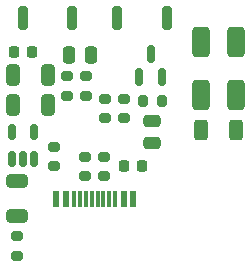
<source format=gtp>
G04 #@! TF.GenerationSoftware,KiCad,Pcbnew,(6.0.4)*
G04 #@! TF.CreationDate,2023-03-05T19:47:51+01:00*
G04 #@! TF.ProjectId,hair-02,68616972-2d30-4322-9e6b-696361645f70,rev?*
G04 #@! TF.SameCoordinates,Original*
G04 #@! TF.FileFunction,Paste,Top*
G04 #@! TF.FilePolarity,Positive*
%FSLAX46Y46*%
G04 Gerber Fmt 4.6, Leading zero omitted, Abs format (unit mm)*
G04 Created by KiCad (PCBNEW (6.0.4)) date 2023-03-05 19:47:51*
%MOMM*%
%LPD*%
G01*
G04 APERTURE LIST*
G04 Aperture macros list*
%AMRoundRect*
0 Rectangle with rounded corners*
0 $1 Rounding radius*
0 $2 $3 $4 $5 $6 $7 $8 $9 X,Y pos of 4 corners*
0 Add a 4 corners polygon primitive as box body*
4,1,4,$2,$3,$4,$5,$6,$7,$8,$9,$2,$3,0*
0 Add four circle primitives for the rounded corners*
1,1,$1+$1,$2,$3*
1,1,$1+$1,$4,$5*
1,1,$1+$1,$6,$7*
1,1,$1+$1,$8,$9*
0 Add four rect primitives between the rounded corners*
20,1,$1+$1,$2,$3,$4,$5,0*
20,1,$1+$1,$4,$5,$6,$7,0*
20,1,$1+$1,$6,$7,$8,$9,0*
20,1,$1+$1,$8,$9,$2,$3,0*%
G04 Aperture macros list end*
%ADD10RoundRect,0.250000X-0.325000X-0.650000X0.325000X-0.650000X0.325000X0.650000X-0.325000X0.650000X0*%
%ADD11RoundRect,0.200000X-0.200000X-0.275000X0.200000X-0.275000X0.200000X0.275000X-0.200000X0.275000X0*%
%ADD12RoundRect,0.200000X0.275000X-0.200000X0.275000X0.200000X-0.275000X0.200000X-0.275000X-0.200000X0*%
%ADD13RoundRect,0.200000X-0.275000X0.200000X-0.275000X-0.200000X0.275000X-0.200000X0.275000X0.200000X0*%
%ADD14RoundRect,0.225000X-0.225000X-0.250000X0.225000X-0.250000X0.225000X0.250000X-0.225000X0.250000X0*%
%ADD15RoundRect,0.150000X0.150000X-0.587500X0.150000X0.587500X-0.150000X0.587500X-0.150000X-0.587500X0*%
%ADD16RoundRect,0.200000X-0.200000X-0.800000X0.200000X-0.800000X0.200000X0.800000X-0.200000X0.800000X0*%
%ADD17RoundRect,0.150000X0.150000X-0.512500X0.150000X0.512500X-0.150000X0.512500X-0.150000X-0.512500X0*%
%ADD18RoundRect,0.375000X-0.375000X-0.925000X0.375000X-0.925000X0.375000X0.925000X-0.375000X0.925000X0*%
%ADD19RoundRect,0.250000X-0.650000X0.325000X-0.650000X-0.325000X0.650000X-0.325000X0.650000X0.325000X0*%
%ADD20RoundRect,0.250000X-0.312500X-0.625000X0.312500X-0.625000X0.312500X0.625000X-0.312500X0.625000X0*%
%ADD21RoundRect,0.375000X0.375000X0.925000X-0.375000X0.925000X-0.375000X-0.925000X0.375000X-0.925000X0*%
%ADD22RoundRect,0.250000X-0.250000X-0.475000X0.250000X-0.475000X0.250000X0.475000X-0.250000X0.475000X0*%
%ADD23RoundRect,0.218750X-0.218750X-0.256250X0.218750X-0.256250X0.218750X0.256250X-0.218750X0.256250X0*%
%ADD24R,0.600000X1.450000*%
%ADD25R,0.300000X1.450000*%
%ADD26RoundRect,0.250000X-0.475000X0.250000X-0.475000X-0.250000X0.475000X-0.250000X0.475000X0.250000X0*%
%ADD27RoundRect,0.200000X0.200000X0.800000X-0.200000X0.800000X-0.200000X-0.800000X0.200000X-0.800000X0*%
G04 APERTURE END LIST*
D10*
X141575000Y-100350000D03*
X144525000Y-100350000D03*
D11*
X152575000Y-102500000D03*
X154225000Y-102500000D03*
D12*
X146200000Y-102075000D03*
X146200000Y-100425000D03*
D10*
X141575000Y-102850000D03*
X144525000Y-102850000D03*
D13*
X149400000Y-102325000D03*
X149400000Y-103975000D03*
D14*
X141675000Y-98400000D03*
X143225000Y-98400000D03*
D12*
X147800000Y-102075000D03*
X147800000Y-100425000D03*
X147700000Y-108875000D03*
X147700000Y-107225000D03*
D15*
X152300000Y-100437500D03*
X154200000Y-100437500D03*
X153250000Y-98562500D03*
D16*
X150400000Y-95450000D03*
X154600000Y-95450000D03*
D17*
X141500000Y-107387500D03*
X142450000Y-107387500D03*
X143400000Y-107387500D03*
X143400000Y-105112500D03*
X141500000Y-105112500D03*
D18*
X157500000Y-97500000D03*
X160500000Y-97500000D03*
D19*
X141900000Y-109325000D03*
X141900000Y-112275000D03*
D20*
X157537500Y-105000000D03*
X160462500Y-105000000D03*
D21*
X160500000Y-102000000D03*
X157500000Y-102000000D03*
D22*
X146300000Y-98650000D03*
X148200000Y-98650000D03*
D12*
X151000000Y-103975000D03*
X151000000Y-102325000D03*
D23*
X150962500Y-108050000D03*
X152537500Y-108050000D03*
D12*
X149300000Y-108875000D03*
X149300000Y-107225000D03*
D24*
X145250000Y-110805000D03*
X146050000Y-110805000D03*
D25*
X147250000Y-110805000D03*
X148250000Y-110805000D03*
X148750000Y-110805000D03*
X149750000Y-110805000D03*
D24*
X150950000Y-110805000D03*
X151750000Y-110805000D03*
X151750000Y-110805000D03*
X150950000Y-110805000D03*
D25*
X150250000Y-110805000D03*
X149250000Y-110805000D03*
X147750000Y-110805000D03*
X146750000Y-110805000D03*
D24*
X146050000Y-110805000D03*
X145250000Y-110805000D03*
D26*
X153400000Y-104200000D03*
X153400000Y-106100000D03*
D12*
X141900000Y-115625000D03*
X141900000Y-113975000D03*
D27*
X146600000Y-95450000D03*
X142400000Y-95450000D03*
D12*
X145100000Y-108025000D03*
X145100000Y-106375000D03*
M02*

</source>
